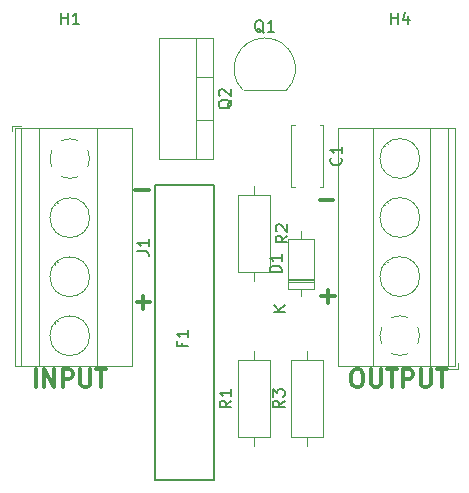
<source format=gbr>
G04 #@! TF.GenerationSoftware,KiCad,Pcbnew,5.0.2-bee76a0~70~ubuntu16.04.1*
G04 #@! TF.CreationDate,2022-01-22T20:55:08+01:00*
G04 #@! TF.ProjectId,Crowbar2,43726f77-6261-4723-922e-6b696361645f,rev?*
G04 #@! TF.SameCoordinates,Original*
G04 #@! TF.FileFunction,Legend,Top*
G04 #@! TF.FilePolarity,Positive*
%FSLAX46Y46*%
G04 Gerber Fmt 4.6, Leading zero omitted, Abs format (unit mm)*
G04 Created by KiCad (PCBNEW 5.0.2-bee76a0~70~ubuntu16.04.1) date lör 22 jan 2022 20:55:08*
%MOMM*%
%LPD*%
G01*
G04 APERTURE LIST*
%ADD10C,0.300000*%
%ADD11C,0.150000*%
%ADD12C,0.120000*%
G04 APERTURE END LIST*
D10*
X110045571Y-65766142D02*
X111188428Y-65766142D01*
X94424571Y-64877142D02*
X95567428Y-64877142D01*
X94551571Y-74402142D02*
X95694428Y-74402142D01*
X95123000Y-74973571D02*
X95123000Y-73830714D01*
X110172571Y-73894142D02*
X111315428Y-73894142D01*
X110744000Y-74465571D02*
X110744000Y-73322714D01*
X113105857Y-80077571D02*
X113391571Y-80077571D01*
X113534428Y-80149000D01*
X113677285Y-80291857D01*
X113748714Y-80577571D01*
X113748714Y-81077571D01*
X113677285Y-81363285D01*
X113534428Y-81506142D01*
X113391571Y-81577571D01*
X113105857Y-81577571D01*
X112963000Y-81506142D01*
X112820142Y-81363285D01*
X112748714Y-81077571D01*
X112748714Y-80577571D01*
X112820142Y-80291857D01*
X112963000Y-80149000D01*
X113105857Y-80077571D01*
X114391571Y-80077571D02*
X114391571Y-81291857D01*
X114463000Y-81434714D01*
X114534428Y-81506142D01*
X114677285Y-81577571D01*
X114963000Y-81577571D01*
X115105857Y-81506142D01*
X115177285Y-81434714D01*
X115248714Y-81291857D01*
X115248714Y-80077571D01*
X115748714Y-80077571D02*
X116605857Y-80077571D01*
X116177285Y-81577571D02*
X116177285Y-80077571D01*
X117105857Y-81577571D02*
X117105857Y-80077571D01*
X117677285Y-80077571D01*
X117820142Y-80149000D01*
X117891571Y-80220428D01*
X117963000Y-80363285D01*
X117963000Y-80577571D01*
X117891571Y-80720428D01*
X117820142Y-80791857D01*
X117677285Y-80863285D01*
X117105857Y-80863285D01*
X118605857Y-80077571D02*
X118605857Y-81291857D01*
X118677285Y-81434714D01*
X118748714Y-81506142D01*
X118891571Y-81577571D01*
X119177285Y-81577571D01*
X119320142Y-81506142D01*
X119391571Y-81434714D01*
X119463000Y-81291857D01*
X119463000Y-80077571D01*
X119963000Y-80077571D02*
X120820142Y-80077571D01*
X120391571Y-81577571D02*
X120391571Y-80077571D01*
X86007142Y-81577571D02*
X86007142Y-80077571D01*
X86721428Y-81577571D02*
X86721428Y-80077571D01*
X87578571Y-81577571D01*
X87578571Y-80077571D01*
X88292857Y-81577571D02*
X88292857Y-80077571D01*
X88864285Y-80077571D01*
X89007142Y-80149000D01*
X89078571Y-80220428D01*
X89150000Y-80363285D01*
X89150000Y-80577571D01*
X89078571Y-80720428D01*
X89007142Y-80791857D01*
X88864285Y-80863285D01*
X88292857Y-80863285D01*
X89792857Y-80077571D02*
X89792857Y-81291857D01*
X89864285Y-81434714D01*
X89935714Y-81506142D01*
X90078571Y-81577571D01*
X90364285Y-81577571D01*
X90507142Y-81506142D01*
X90578571Y-81434714D01*
X90650000Y-81291857D01*
X90650000Y-80077571D01*
X91150000Y-80077571D02*
X92007142Y-80077571D01*
X91578571Y-81577571D02*
X91578571Y-80077571D01*
D11*
G04 #@! TO.C,F1*
X96100000Y-64470000D02*
X101100000Y-64470000D01*
X96100000Y-89470000D02*
X96100000Y-64470000D01*
X101100000Y-89470000D02*
X96100000Y-89470000D01*
X101100000Y-64470000D02*
X101100000Y-89470000D01*
D12*
G04 #@! TO.C,D1*
X107380000Y-73240000D02*
X109620000Y-73240000D01*
X109620000Y-73240000D02*
X109620000Y-69000000D01*
X109620000Y-69000000D02*
X107380000Y-69000000D01*
X107380000Y-69000000D02*
X107380000Y-73240000D01*
X108500000Y-73890000D02*
X108500000Y-73240000D01*
X108500000Y-68350000D02*
X108500000Y-69000000D01*
X107380000Y-72520000D02*
X109620000Y-72520000D01*
X107380000Y-72400000D02*
X109620000Y-72400000D01*
X107380000Y-72640000D02*
X109620000Y-72640000D01*
G04 #@! TO.C,C1*
X110370000Y-59380000D02*
X110370000Y-64620000D01*
X107630000Y-59380000D02*
X107630000Y-64620000D01*
X110370000Y-59380000D02*
X110055000Y-59380000D01*
X107945000Y-59380000D02*
X107630000Y-59380000D01*
X110370000Y-64620000D02*
X110055000Y-64620000D01*
X107945000Y-64620000D02*
X107630000Y-64620000D01*
G04 #@! TO.C,Q2*
X101060000Y-52030000D02*
X101060000Y-62270000D01*
X96419000Y-52030000D02*
X96419000Y-62270000D01*
X101060000Y-52030000D02*
X96419000Y-52030000D01*
X101060000Y-62270000D02*
X96419000Y-62270000D01*
X99550000Y-52030000D02*
X99550000Y-62270000D01*
X101060000Y-55300000D02*
X99550000Y-55300000D01*
X101060000Y-59001000D02*
X99550000Y-59001000D01*
G04 #@! TO.C,Q1*
X103610000Y-56460000D02*
X107210000Y-56460000D01*
X103571522Y-56448478D02*
G75*
G02X105410000Y-52010000I1838478J1838478D01*
G01*
X107248478Y-56448478D02*
G75*
G03X105410000Y-52010000I-1838478J1838478D01*
G01*
G04 #@! TO.C,R3*
X107630000Y-85820000D02*
X110370000Y-85820000D01*
X110370000Y-85820000D02*
X110370000Y-79280000D01*
X110370000Y-79280000D02*
X107630000Y-79280000D01*
X107630000Y-79280000D02*
X107630000Y-85820000D01*
X109000000Y-86590000D02*
X109000000Y-85820000D01*
X109000000Y-78510000D02*
X109000000Y-79280000D01*
G04 #@! TO.C,R2*
X104500000Y-72620000D02*
X104500000Y-71850000D01*
X104500000Y-64540000D02*
X104500000Y-65310000D01*
X105870000Y-71850000D02*
X105870000Y-65310000D01*
X103130000Y-71850000D02*
X105870000Y-71850000D01*
X103130000Y-65310000D02*
X103130000Y-71850000D01*
X105870000Y-65310000D02*
X103130000Y-65310000D01*
G04 #@! TO.C,R1*
X103130000Y-85820000D02*
X105870000Y-85820000D01*
X105870000Y-85820000D02*
X105870000Y-79280000D01*
X105870000Y-79280000D02*
X103130000Y-79280000D01*
X103130000Y-79280000D02*
X103130000Y-85820000D01*
X104500000Y-86590000D02*
X104500000Y-85820000D01*
X104500000Y-78510000D02*
X104500000Y-79280000D01*
G04 #@! TO.C,J2*
X121740000Y-80016000D02*
X121740000Y-79516000D01*
X121000000Y-80016000D02*
X121740000Y-80016000D01*
X117863000Y-63443000D02*
X117909000Y-63490000D01*
X115565000Y-61146000D02*
X115601000Y-61181000D01*
X118079000Y-63250000D02*
X118114000Y-63285000D01*
X115771000Y-60941000D02*
X115817000Y-60988000D01*
X117863000Y-68443000D02*
X117909000Y-68490000D01*
X115565000Y-66146000D02*
X115601000Y-66181000D01*
X118079000Y-68250000D02*
X118114000Y-68285000D01*
X115771000Y-65941000D02*
X115817000Y-65988000D01*
X117863000Y-73443000D02*
X117909000Y-73490000D01*
X115565000Y-71146000D02*
X115601000Y-71181000D01*
X118079000Y-73250000D02*
X118114000Y-73285000D01*
X115771000Y-70941000D02*
X115817000Y-70988000D01*
X111579000Y-59655000D02*
X121500000Y-59655000D01*
X111579000Y-79776000D02*
X121500000Y-79776000D01*
X121500000Y-79776000D02*
X121500000Y-59655000D01*
X111579000Y-79776000D02*
X111579000Y-59655000D01*
X114539000Y-79776000D02*
X114539000Y-59655000D01*
X119440000Y-79776000D02*
X119440000Y-59655000D01*
X120940000Y-79776000D02*
X120940000Y-59655000D01*
X118520000Y-62216000D02*
G75*
G03X118520000Y-62216000I-1680000J0D01*
G01*
X118520000Y-67216000D02*
G75*
G03X118520000Y-67216000I-1680000J0D01*
G01*
X118520000Y-72216000D02*
G75*
G03X118520000Y-72216000I-1680000J0D01*
G01*
X118520253Y-77187195D02*
G75*
G02X118375000Y-77900000I-1680253J-28805D01*
G01*
X117523042Y-78751426D02*
G75*
G02X116156000Y-78751000I-683042J1535426D01*
G01*
X115304574Y-77899042D02*
G75*
G02X115305000Y-76532000I1535426J683042D01*
G01*
X116156958Y-75680574D02*
G75*
G02X117524000Y-75681000I683042J-1535426D01*
G01*
X118374756Y-76532682D02*
G75*
G02X118520000Y-77216000I-1534756J-683318D01*
G01*
G04 #@! TO.C,J1*
X87365244Y-62913318D02*
G75*
G02X87220000Y-62230000I1534756J683318D01*
G01*
X89583042Y-63765426D02*
G75*
G02X88216000Y-63765000I-683042J1535426D01*
G01*
X90435426Y-61546958D02*
G75*
G02X90435000Y-62914000I-1535426J-683042D01*
G01*
X88216958Y-60694574D02*
G75*
G02X89584000Y-60695000I683042J-1535426D01*
G01*
X87219747Y-62258805D02*
G75*
G02X87365000Y-61546000I1680253J28805D01*
G01*
X90580000Y-67230000D02*
G75*
G03X90580000Y-67230000I-1680000J0D01*
G01*
X90580000Y-72230000D02*
G75*
G03X90580000Y-72230000I-1680000J0D01*
G01*
X90580000Y-77230000D02*
G75*
G03X90580000Y-77230000I-1680000J0D01*
G01*
X84800000Y-59670000D02*
X84800000Y-79791000D01*
X86300000Y-59670000D02*
X86300000Y-79791000D01*
X91201000Y-59670000D02*
X91201000Y-79791000D01*
X94161000Y-59670000D02*
X94161000Y-79791000D01*
X84240000Y-59670000D02*
X84240000Y-79791000D01*
X94161000Y-59670000D02*
X84240000Y-59670000D01*
X94161000Y-79791000D02*
X84240000Y-79791000D01*
X89969000Y-68505000D02*
X89923000Y-68458000D01*
X87661000Y-66196000D02*
X87626000Y-66161000D01*
X90175000Y-68300000D02*
X90139000Y-68265000D01*
X87877000Y-66003000D02*
X87831000Y-65956000D01*
X89969000Y-73505000D02*
X89923000Y-73458000D01*
X87661000Y-71196000D02*
X87626000Y-71161000D01*
X90175000Y-73300000D02*
X90139000Y-73265000D01*
X87877000Y-71003000D02*
X87831000Y-70956000D01*
X89969000Y-78505000D02*
X89923000Y-78458000D01*
X87661000Y-76196000D02*
X87626000Y-76161000D01*
X90175000Y-78300000D02*
X90139000Y-78265000D01*
X87877000Y-76003000D02*
X87831000Y-75956000D01*
X84740000Y-59430000D02*
X84000000Y-59430000D01*
X84000000Y-59430000D02*
X84000000Y-59930000D01*
G04 #@! TO.C,F1*
D11*
X98428571Y-77803333D02*
X98428571Y-78136666D01*
X98952380Y-78136666D02*
X97952380Y-78136666D01*
X97952380Y-77660476D01*
X98952380Y-76755714D02*
X98952380Y-77327142D01*
X98952380Y-77041428D02*
X97952380Y-77041428D01*
X98095238Y-77136666D01*
X98190476Y-77231904D01*
X98238095Y-77327142D01*
G04 #@! TO.C,D1*
X106832380Y-71858095D02*
X105832380Y-71858095D01*
X105832380Y-71620000D01*
X105880000Y-71477142D01*
X105975238Y-71381904D01*
X106070476Y-71334285D01*
X106260952Y-71286666D01*
X106403809Y-71286666D01*
X106594285Y-71334285D01*
X106689523Y-71381904D01*
X106784761Y-71477142D01*
X106832380Y-71620000D01*
X106832380Y-71858095D01*
X106832380Y-70334285D02*
X106832380Y-70905714D01*
X106832380Y-70620000D02*
X105832380Y-70620000D01*
X105975238Y-70715238D01*
X106070476Y-70810476D01*
X106118095Y-70905714D01*
X107152380Y-75191904D02*
X106152380Y-75191904D01*
X107152380Y-74620476D02*
X106580952Y-75049047D01*
X106152380Y-74620476D02*
X106723809Y-75191904D01*
G04 #@! TO.C,H4*
X116078095Y-50862380D02*
X116078095Y-49862380D01*
X116078095Y-50338571D02*
X116649523Y-50338571D01*
X116649523Y-50862380D02*
X116649523Y-49862380D01*
X117554285Y-50195714D02*
X117554285Y-50862380D01*
X117316190Y-49814761D02*
X117078095Y-50529047D01*
X117697142Y-50529047D01*
G04 #@! TO.C,H1*
X88138095Y-50862380D02*
X88138095Y-49862380D01*
X88138095Y-50338571D02*
X88709523Y-50338571D01*
X88709523Y-50862380D02*
X88709523Y-49862380D01*
X89709523Y-50862380D02*
X89138095Y-50862380D01*
X89423809Y-50862380D02*
X89423809Y-49862380D01*
X89328571Y-50005238D01*
X89233333Y-50100476D01*
X89138095Y-50148095D01*
G04 #@! TO.C,C1*
X111857142Y-62166666D02*
X111904761Y-62214285D01*
X111952380Y-62357142D01*
X111952380Y-62452380D01*
X111904761Y-62595238D01*
X111809523Y-62690476D01*
X111714285Y-62738095D01*
X111523809Y-62785714D01*
X111380952Y-62785714D01*
X111190476Y-62738095D01*
X111095238Y-62690476D01*
X111000000Y-62595238D01*
X110952380Y-62452380D01*
X110952380Y-62357142D01*
X111000000Y-62214285D01*
X111047619Y-62166666D01*
X111952380Y-61214285D02*
X111952380Y-61785714D01*
X111952380Y-61500000D02*
X110952380Y-61500000D01*
X111095238Y-61595238D01*
X111190476Y-61690476D01*
X111238095Y-61785714D01*
G04 #@! TO.C,Q2*
X102607619Y-57245238D02*
X102560000Y-57340476D01*
X102464761Y-57435714D01*
X102321904Y-57578571D01*
X102274285Y-57673809D01*
X102274285Y-57769047D01*
X102512380Y-57721428D02*
X102464761Y-57816666D01*
X102369523Y-57911904D01*
X102179047Y-57959523D01*
X101845714Y-57959523D01*
X101655238Y-57911904D01*
X101560000Y-57816666D01*
X101512380Y-57721428D01*
X101512380Y-57530952D01*
X101560000Y-57435714D01*
X101655238Y-57340476D01*
X101845714Y-57292857D01*
X102179047Y-57292857D01*
X102369523Y-57340476D01*
X102464761Y-57435714D01*
X102512380Y-57530952D01*
X102512380Y-57721428D01*
X101607619Y-56911904D02*
X101560000Y-56864285D01*
X101512380Y-56769047D01*
X101512380Y-56530952D01*
X101560000Y-56435714D01*
X101607619Y-56388095D01*
X101702857Y-56340476D01*
X101798095Y-56340476D01*
X101940952Y-56388095D01*
X102512380Y-56959523D01*
X102512380Y-56340476D01*
G04 #@! TO.C,Q1*
X105314761Y-51597619D02*
X105219523Y-51550000D01*
X105124285Y-51454761D01*
X104981428Y-51311904D01*
X104886190Y-51264285D01*
X104790952Y-51264285D01*
X104838571Y-51502380D02*
X104743333Y-51454761D01*
X104648095Y-51359523D01*
X104600476Y-51169047D01*
X104600476Y-50835714D01*
X104648095Y-50645238D01*
X104743333Y-50550000D01*
X104838571Y-50502380D01*
X105029047Y-50502380D01*
X105124285Y-50550000D01*
X105219523Y-50645238D01*
X105267142Y-50835714D01*
X105267142Y-51169047D01*
X105219523Y-51359523D01*
X105124285Y-51454761D01*
X105029047Y-51502380D01*
X104838571Y-51502380D01*
X106219523Y-51502380D02*
X105648095Y-51502380D01*
X105933809Y-51502380D02*
X105933809Y-50502380D01*
X105838571Y-50645238D01*
X105743333Y-50740476D01*
X105648095Y-50788095D01*
G04 #@! TO.C,R3*
X107082380Y-82716666D02*
X106606190Y-83050000D01*
X107082380Y-83288095D02*
X106082380Y-83288095D01*
X106082380Y-82907142D01*
X106130000Y-82811904D01*
X106177619Y-82764285D01*
X106272857Y-82716666D01*
X106415714Y-82716666D01*
X106510952Y-82764285D01*
X106558571Y-82811904D01*
X106606190Y-82907142D01*
X106606190Y-83288095D01*
X106082380Y-82383333D02*
X106082380Y-81764285D01*
X106463333Y-82097619D01*
X106463333Y-81954761D01*
X106510952Y-81859523D01*
X106558571Y-81811904D01*
X106653809Y-81764285D01*
X106891904Y-81764285D01*
X106987142Y-81811904D01*
X107034761Y-81859523D01*
X107082380Y-81954761D01*
X107082380Y-82240476D01*
X107034761Y-82335714D01*
X106987142Y-82383333D01*
G04 #@! TO.C,R2*
X107322380Y-68746666D02*
X106846190Y-69080000D01*
X107322380Y-69318095D02*
X106322380Y-69318095D01*
X106322380Y-68937142D01*
X106370000Y-68841904D01*
X106417619Y-68794285D01*
X106512857Y-68746666D01*
X106655714Y-68746666D01*
X106750952Y-68794285D01*
X106798571Y-68841904D01*
X106846190Y-68937142D01*
X106846190Y-69318095D01*
X106417619Y-68365714D02*
X106370000Y-68318095D01*
X106322380Y-68222857D01*
X106322380Y-67984761D01*
X106370000Y-67889523D01*
X106417619Y-67841904D01*
X106512857Y-67794285D01*
X106608095Y-67794285D01*
X106750952Y-67841904D01*
X107322380Y-68413333D01*
X107322380Y-67794285D01*
G04 #@! TO.C,R1*
X102582380Y-82716666D02*
X102106190Y-83050000D01*
X102582380Y-83288095D02*
X101582380Y-83288095D01*
X101582380Y-82907142D01*
X101630000Y-82811904D01*
X101677619Y-82764285D01*
X101772857Y-82716666D01*
X101915714Y-82716666D01*
X102010952Y-82764285D01*
X102058571Y-82811904D01*
X102106190Y-82907142D01*
X102106190Y-83288095D01*
X102582380Y-81764285D02*
X102582380Y-82335714D01*
X102582380Y-82050000D02*
X101582380Y-82050000D01*
X101725238Y-82145238D01*
X101820476Y-82240476D01*
X101868095Y-82335714D01*
G04 #@! TO.C,J1*
X94612380Y-70063333D02*
X95326666Y-70063333D01*
X95469523Y-70110952D01*
X95564761Y-70206190D01*
X95612380Y-70349047D01*
X95612380Y-70444285D01*
X95612380Y-69063333D02*
X95612380Y-69634761D01*
X95612380Y-69349047D02*
X94612380Y-69349047D01*
X94755238Y-69444285D01*
X94850476Y-69539523D01*
X94898095Y-69634761D01*
G04 #@! TD*
M02*

</source>
